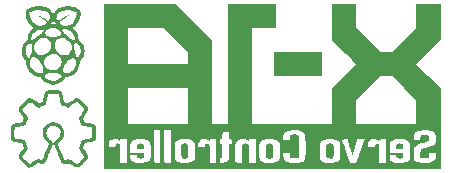
<source format=gbo>
%TF.GenerationSoftware,KiCad,Pcbnew,8.0.1*%
%TF.CreationDate,2024-04-30T17:52:19-06:00*%
%TF.ProjectId,RP2040_Servo_Controller_Board,52503230-3430-45f5-9365-72766f5f436f,rev?*%
%TF.SameCoordinates,Original*%
%TF.FileFunction,Legend,Bot*%
%TF.FilePolarity,Positive*%
%FSLAX46Y46*%
G04 Gerber Fmt 4.6, Leading zero omitted, Abs format (unit mm)*
G04 Created by KiCad (PCBNEW 8.0.1) date 2024-04-30 17:52:19*
%MOMM*%
%LPD*%
G01*
G04 APERTURE LIST*
G04 Aperture macros list*
%AMRoundRect*
0 Rectangle with rounded corners*
0 $1 Rounding radius*
0 $2 $3 $4 $5 $6 $7 $8 $9 X,Y pos of 4 corners*
0 Add a 4 corners polygon primitive as box body*
4,1,4,$2,$3,$4,$5,$6,$7,$8,$9,$2,$3,0*
0 Add four circle primitives for the rounded corners*
1,1,$1+$1,$2,$3*
1,1,$1+$1,$4,$5*
1,1,$1+$1,$6,$7*
1,1,$1+$1,$8,$9*
0 Add four rect primitives between the rounded corners*
20,1,$1+$1,$2,$3,$4,$5,0*
20,1,$1+$1,$4,$5,$6,$7,0*
20,1,$1+$1,$6,$7,$8,$9,0*
20,1,$1+$1,$8,$9,$2,$3,0*%
G04 Aperture macros list end*
%ADD10C,0.000000*%
%ADD11R,1.200000X1.200000*%
%ADD12C,1.200000*%
%ADD13C,1.250000*%
%ADD14R,1.700000X1.700000*%
%ADD15O,1.700000X1.700000*%
%ADD16C,1.400000*%
%ADD17O,1.400000X1.400000*%
%ADD18R,1.800000X1.800000*%
%ADD19O,1.800000X1.800000*%
%ADD20C,1.800000*%
%ADD21C,1.704000*%
%ADD22R,1.905000X2.000000*%
%ADD23O,1.905000X2.000000*%
%ADD24C,3.200000*%
%ADD25C,2.000000*%
%ADD26R,3.500000X3.500000*%
%ADD27RoundRect,0.750000X-0.750000X-1.000000X0.750000X-1.000000X0.750000X1.000000X-0.750000X1.000000X0*%
%ADD28RoundRect,0.875000X-0.875000X-0.875000X0.875000X-0.875000X0.875000X0.875000X-0.875000X0.875000X0*%
G04 APERTURE END LIST*
D10*
%TO.C,G1*%
G36*
X138910985Y-65127604D02*
G01*
X138910985Y-66133948D01*
X136877700Y-66126778D01*
X134844415Y-66119609D01*
X134837075Y-65120434D01*
X134829733Y-64121259D01*
X136870360Y-64121259D01*
X138910985Y-64121259D01*
X138910985Y-65127604D01*
G37*
G36*
X123633787Y-71844556D02*
G01*
X123732548Y-71875969D01*
X123767094Y-71897402D01*
X123814040Y-71952857D01*
X123838703Y-72037321D01*
X123846125Y-72163565D01*
X123846509Y-72282349D01*
X123535710Y-72282349D01*
X123224913Y-72282349D01*
X123237343Y-72110496D01*
X123238410Y-72096402D01*
X123251484Y-71995146D01*
X123274650Y-71930939D01*
X123313672Y-71886906D01*
X123321357Y-71881181D01*
X123405943Y-71847742D01*
X123517500Y-71835340D01*
X123633787Y-71844556D01*
G37*
G36*
X145526962Y-71835790D02*
G01*
X145634128Y-71851764D01*
X145712783Y-71893090D01*
X145739877Y-71916390D01*
X145769852Y-71958650D01*
X145783312Y-72019167D01*
X145786426Y-72116682D01*
X145786426Y-72282349D01*
X145492962Y-72282349D01*
X145199497Y-72282349D01*
X145199497Y-72116682D01*
X145200382Y-72055039D01*
X145208685Y-71981074D01*
X145230881Y-71933339D01*
X145273140Y-71893090D01*
X145291445Y-71879932D01*
X145375515Y-71845514D01*
X145492962Y-71835165D01*
X145526962Y-71835790D01*
G37*
G36*
X127332203Y-71835790D02*
G01*
X127439369Y-71851764D01*
X127518024Y-71893090D01*
X127591667Y-71951017D01*
X127591667Y-72476596D01*
X127591490Y-72637232D01*
X127589690Y-72788832D01*
X127584268Y-72898645D01*
X127573222Y-72974426D01*
X127554548Y-73023934D01*
X127526247Y-73054927D01*
X127486313Y-73075165D01*
X127432747Y-73092405D01*
X127423992Y-73095006D01*
X127337693Y-73114634D01*
X127262028Y-73113496D01*
X127165774Y-73091489D01*
X127150473Y-73086774D01*
X127077407Y-73051494D01*
X127033017Y-73009634D01*
X127025744Y-72980461D01*
X127017257Y-72899302D01*
X127010615Y-72778352D01*
X127006285Y-72626819D01*
X127004738Y-72453907D01*
X127004738Y-71951017D01*
X127078380Y-71893090D01*
X127096685Y-71879932D01*
X127180755Y-71845514D01*
X127298203Y-71835165D01*
X127332203Y-71835790D01*
G37*
G36*
X134518300Y-71837570D02*
G01*
X134607537Y-71851706D01*
X134674078Y-71884057D01*
X134720893Y-71940871D01*
X134750945Y-72028389D01*
X134767197Y-72152856D01*
X134772621Y-72320519D01*
X134770177Y-72537617D01*
X134765851Y-72699020D01*
X134758653Y-72837195D01*
X134746522Y-72935105D01*
X134726841Y-73001069D01*
X134696996Y-73043402D01*
X134654370Y-73070426D01*
X134596346Y-73090457D01*
X134580665Y-73094937D01*
X134491495Y-73114505D01*
X134415743Y-73113314D01*
X134320701Y-73091489D01*
X134305400Y-73086774D01*
X134232333Y-73051494D01*
X134187943Y-73009634D01*
X134180981Y-72982527D01*
X134172391Y-72903131D01*
X134165647Y-72784034D01*
X134161243Y-72634699D01*
X134159665Y-72464582D01*
X134159668Y-72432919D01*
X134160020Y-72264112D01*
X134161731Y-72141020D01*
X134165872Y-72054856D01*
X134173522Y-71996836D01*
X134185756Y-71958170D01*
X134203646Y-71930076D01*
X134228266Y-71903767D01*
X134271310Y-71868002D01*
X134338297Y-71842086D01*
X134436570Y-71835165D01*
X134518300Y-71837570D01*
G37*
G36*
X139626393Y-71835626D02*
G01*
X139713145Y-71843031D01*
X139771346Y-71863867D01*
X139820596Y-71903767D01*
X139823721Y-71906899D01*
X139847653Y-71933127D01*
X139864906Y-71962155D01*
X139876566Y-72002825D01*
X139883733Y-72063992D01*
X139887500Y-72154506D01*
X139888956Y-72283219D01*
X139889200Y-72458976D01*
X139889076Y-72562442D01*
X139887851Y-72713601D01*
X139884568Y-72822696D01*
X139878320Y-72898674D01*
X139868202Y-72950477D01*
X139853312Y-72987056D01*
X139832745Y-73017355D01*
X139775316Y-73071444D01*
X139713960Y-73102549D01*
X139641000Y-73109702D01*
X139534783Y-73104382D01*
X139432745Y-73086761D01*
X139360575Y-73059934D01*
X139356457Y-73057320D01*
X139328365Y-73034830D01*
X139307565Y-73003632D01*
X139292965Y-72955862D01*
X139283470Y-72883657D01*
X139277990Y-72779152D01*
X139275432Y-72634482D01*
X139274703Y-72441784D01*
X139274808Y-72274509D01*
X139276210Y-72147687D01*
X139280062Y-72058952D01*
X139287510Y-71999251D01*
X139299703Y-71959524D01*
X139317793Y-71930714D01*
X139342925Y-71903767D01*
X139361871Y-71885967D01*
X139412220Y-71853990D01*
X139478983Y-71838932D01*
X139581760Y-71835165D01*
X139626393Y-71835626D01*
G37*
G36*
X119751988Y-71498837D02*
G01*
X119664642Y-71586115D01*
X119639512Y-71609789D01*
X119596772Y-71640980D01*
X119542107Y-71666559D01*
X119464722Y-71690252D01*
X119353815Y-71715784D01*
X119198587Y-71746880D01*
X118819878Y-71820365D01*
X118748543Y-72000161D01*
X118677207Y-72179957D01*
X118737982Y-72280064D01*
X118769575Y-72329881D01*
X118833375Y-72424720D01*
X118900742Y-72519914D01*
X118968812Y-72618244D01*
X119051903Y-72766694D01*
X119092722Y-72894074D01*
X119093185Y-73007781D01*
X119055215Y-73115217D01*
X119022197Y-73159645D01*
X118956743Y-73233819D01*
X118867722Y-73328725D01*
X118763843Y-73435639D01*
X118653823Y-73545834D01*
X118546374Y-73650582D01*
X118450210Y-73741161D01*
X118374044Y-73808842D01*
X118326592Y-73844896D01*
X118309457Y-73852317D01*
X118234955Y-73866239D01*
X118144800Y-73867002D01*
X118114428Y-73863501D01*
X118047169Y-73846315D01*
X117970425Y-73811455D01*
X117872780Y-73753206D01*
X117742819Y-73665856D01*
X117643037Y-73597181D01*
X117556123Y-73540111D01*
X117496447Y-73507301D01*
X117453882Y-73494445D01*
X117418310Y-73497239D01*
X117379605Y-73511375D01*
X117322238Y-73532930D01*
X117165600Y-73562937D01*
X117028098Y-73545464D01*
X116915078Y-73481855D01*
X116831884Y-73373455D01*
X116828173Y-73366124D01*
X116782717Y-73270026D01*
X116725180Y-73139949D01*
X116658967Y-72984426D01*
X116587475Y-72812005D01*
X116514107Y-72631219D01*
X116442263Y-72450611D01*
X116375343Y-72278721D01*
X116316749Y-72124089D01*
X116269879Y-71995255D01*
X116238135Y-71900757D01*
X116224918Y-71849139D01*
X116223959Y-71838114D01*
X116241567Y-71708155D01*
X116312553Y-71590824D01*
X116435385Y-71488740D01*
X116461749Y-71471424D01*
X116606982Y-71344607D01*
X116708499Y-71196382D01*
X116763467Y-71034525D01*
X116769050Y-70866812D01*
X116722418Y-70701020D01*
X116715004Y-70685212D01*
X116616675Y-70536417D01*
X116491329Y-70428230D01*
X116347617Y-70360155D01*
X116194193Y-70331695D01*
X116039713Y-70342355D01*
X115892830Y-70391639D01*
X115762200Y-70479050D01*
X115656479Y-70604094D01*
X115584317Y-70766270D01*
X115558443Y-70939969D01*
X115583324Y-71113739D01*
X115658879Y-71271394D01*
X115782603Y-71404874D01*
X115803155Y-71421449D01*
X115909244Y-71507624D01*
X115991613Y-71580745D01*
X116050610Y-71648037D01*
X116086587Y-71716725D01*
X116099892Y-71794034D01*
X116090872Y-71887190D01*
X116059878Y-72003417D01*
X116007259Y-72149942D01*
X115933362Y-72333987D01*
X115838538Y-72562780D01*
X115751235Y-72773037D01*
X115668748Y-72970449D01*
X115602503Y-73126392D01*
X115549794Y-73246326D01*
X115507922Y-73335705D01*
X115474175Y-73399982D01*
X115445857Y-73444614D01*
X115420260Y-73475057D01*
X115394679Y-73496765D01*
X115366410Y-73515194D01*
X115362530Y-73517531D01*
X115254182Y-73559752D01*
X115131744Y-73561125D01*
X114982957Y-73521862D01*
X114853453Y-73475449D01*
X114588940Y-73659869D01*
X114587335Y-73660987D01*
X114437838Y-73762045D01*
X114316292Y-73832024D01*
X114213237Y-73869539D01*
X114119217Y-73873211D01*
X114024769Y-73841656D01*
X113920442Y-73773494D01*
X113796774Y-73667339D01*
X113644307Y-73521811D01*
X113567782Y-73446756D01*
X113425284Y-73300909D01*
X113322254Y-73179870D01*
X113256978Y-73075230D01*
X113227747Y-72978580D01*
X113232847Y-72881514D01*
X113270565Y-72775626D01*
X113339193Y-72652506D01*
X113437017Y-72503750D01*
X113648123Y-72193505D01*
X113574738Y-72006459D01*
X113501353Y-71819412D01*
X113202924Y-71759650D01*
X113150349Y-71749102D01*
X112984388Y-71715026D01*
X112862379Y-71687181D01*
X112775693Y-71662070D01*
X112715704Y-71636194D01*
X112673785Y-71606049D01*
X112641305Y-71568136D01*
X112609642Y-71518956D01*
X112600467Y-71503076D01*
X112583223Y-71463836D01*
X112570974Y-71413936D01*
X112562892Y-71344332D01*
X112558144Y-71245976D01*
X112557650Y-71215919D01*
X112863757Y-71215919D01*
X112873853Y-71299511D01*
X112901905Y-71355402D01*
X112955118Y-71392055D01*
X113040688Y-71417924D01*
X113165817Y-71441469D01*
X113337705Y-71471149D01*
X113350667Y-71473499D01*
X113484663Y-71499917D01*
X113598579Y-71526042D01*
X113680718Y-71548970D01*
X113719382Y-71565805D01*
X113735448Y-71591312D01*
X113768782Y-71660869D01*
X113811478Y-71759465D01*
X113858253Y-71873815D01*
X113903828Y-71990626D01*
X113942919Y-72096609D01*
X113970248Y-72178474D01*
X113980530Y-72222932D01*
X113978600Y-72230409D01*
X113953753Y-72279127D01*
X113904729Y-72361187D01*
X113837224Y-72467277D01*
X113756940Y-72588099D01*
X113726822Y-72632764D01*
X113650662Y-72747931D01*
X113589259Y-72844017D01*
X113548268Y-72912040D01*
X113533348Y-72943021D01*
X113536175Y-72949302D01*
X113568109Y-72989070D01*
X113628863Y-73055787D01*
X113710038Y-73141009D01*
X113803230Y-73236289D01*
X113900032Y-73333184D01*
X113992043Y-73423249D01*
X114070857Y-73498036D01*
X114128072Y-73549101D01*
X114155279Y-73568000D01*
X114162103Y-73565405D01*
X114207460Y-73539061D01*
X114286518Y-73488830D01*
X114390567Y-73420317D01*
X114510888Y-73339132D01*
X114846380Y-73110267D01*
X115014663Y-73190699D01*
X115090967Y-73224132D01*
X115168810Y-73248177D01*
X115207975Y-73244884D01*
X115215430Y-73231931D01*
X115242698Y-73173789D01*
X115285457Y-73077212D01*
X115340203Y-72950537D01*
X115403424Y-72802105D01*
X115471618Y-72640252D01*
X115541275Y-72473320D01*
X115608892Y-72309650D01*
X115670960Y-72157576D01*
X115723973Y-72025442D01*
X115764423Y-71921586D01*
X115765574Y-71918546D01*
X115791022Y-71842480D01*
X115793265Y-71802699D01*
X115773188Y-71785477D01*
X115737148Y-71764777D01*
X115671004Y-71717649D01*
X115591519Y-71655457D01*
X115482449Y-71549826D01*
X115361497Y-71375719D01*
X115281310Y-71181351D01*
X115246279Y-70978370D01*
X115260797Y-70778417D01*
X115300192Y-70638195D01*
X115395499Y-70442092D01*
X115524949Y-70280432D01*
X115681630Y-70155376D01*
X115858630Y-70069089D01*
X116049038Y-70023731D01*
X116245940Y-70021465D01*
X116442428Y-70064452D01*
X116631585Y-70154859D01*
X116806504Y-70294844D01*
X116891954Y-70391892D01*
X117004165Y-70578439D01*
X117066869Y-70777544D01*
X117080788Y-70982094D01*
X117046640Y-71184980D01*
X116965144Y-71379086D01*
X116837022Y-71557305D01*
X116662992Y-71712521D01*
X116599192Y-71760326D01*
X116544798Y-71805764D01*
X116523885Y-71830020D01*
X116527192Y-71842845D01*
X116541528Y-71882162D01*
X116568618Y-71950764D01*
X116609984Y-72052342D01*
X116667142Y-72190592D01*
X116741613Y-72369205D01*
X116834918Y-72591871D01*
X116948574Y-72862289D01*
X116982007Y-72940534D01*
X117038590Y-73067286D01*
X117087043Y-73168767D01*
X117123065Y-73236139D01*
X117142355Y-73260561D01*
X117164088Y-73254811D01*
X117225555Y-73229439D01*
X117306455Y-73190689D01*
X117363212Y-73163064D01*
X117433180Y-73132642D01*
X117471700Y-73120815D01*
X117477504Y-73122507D01*
X117522224Y-73146952D01*
X117600563Y-73195946D01*
X117703448Y-73263699D01*
X117821804Y-73344407D01*
X117862269Y-73372325D01*
X117975717Y-73449275D01*
X118070109Y-73511384D01*
X118136559Y-73552884D01*
X118166173Y-73568000D01*
X118175993Y-73562317D01*
X118220382Y-73524727D01*
X118292667Y-73457776D01*
X118385553Y-73368294D01*
X118491743Y-73263111D01*
X118571932Y-73181755D01*
X118673824Y-73073602D01*
X118739657Y-72995396D01*
X118773037Y-72942686D01*
X118777575Y-72911026D01*
X118775468Y-72906314D01*
X118747617Y-72858536D01*
X118695512Y-72777189D01*
X118625732Y-72672364D01*
X118544855Y-72554149D01*
X118330244Y-72244465D01*
X118394275Y-72060776D01*
X118427359Y-71970349D01*
X118482268Y-71831151D01*
X118534630Y-71708577D01*
X118610954Y-71540067D01*
X119035418Y-71461332D01*
X119459882Y-71382600D01*
X119452217Y-70931209D01*
X119444549Y-70479819D01*
X119220957Y-70434611D01*
X119084017Y-70407546D01*
X118927843Y-70377695D01*
X118791729Y-70352612D01*
X118586092Y-70315820D01*
X118496159Y-70118242D01*
X118444135Y-70001015D01*
X118393525Y-69882070D01*
X118355623Y-69787901D01*
X118305019Y-69655140D01*
X118385623Y-69536361D01*
X118406442Y-69505870D01*
X118469665Y-69414276D01*
X118547265Y-69302750D01*
X118626987Y-69188927D01*
X118671263Y-69124505D01*
X118731272Y-69031625D01*
X118772454Y-68960542D01*
X118787749Y-68922937D01*
X118782075Y-68910132D01*
X118744343Y-68860564D01*
X118677069Y-68783926D01*
X118587132Y-68687909D01*
X118481404Y-68580201D01*
X118175057Y-68274806D01*
X117957360Y-68423546D01*
X117927793Y-68443770D01*
X117803474Y-68529137D01*
X117679488Y-68614719D01*
X117578778Y-68684686D01*
X117417890Y-68797082D01*
X117110693Y-68674124D01*
X117008078Y-68631694D01*
X116888398Y-68575900D01*
X116815479Y-68531215D01*
X116784987Y-68495265D01*
X116782305Y-68485969D01*
X116768057Y-68424251D01*
X116747018Y-68322890D01*
X116721569Y-68193596D01*
X116694093Y-68048082D01*
X116621705Y-67656799D01*
X116169635Y-67649127D01*
X116110460Y-67648162D01*
X115957082Y-67646424D01*
X115848785Y-67647259D01*
X115777369Y-67651402D01*
X115734634Y-67659594D01*
X115712378Y-67672564D01*
X115702399Y-67691051D01*
X115700079Y-67699757D01*
X115687054Y-67759337D01*
X115667124Y-67858799D01*
X115642554Y-67986642D01*
X115615609Y-68131376D01*
X115605942Y-68183295D01*
X115579247Y-68318586D01*
X115555115Y-68429890D01*
X115535875Y-68506844D01*
X115523865Y-68539086D01*
X115496337Y-68553390D01*
X115426410Y-68584520D01*
X115325884Y-68627044D01*
X115205979Y-68676124D01*
X114908209Y-68796186D01*
X114563153Y-68559659D01*
X114506878Y-68521131D01*
X114388423Y-68440362D01*
X114288644Y-68372771D01*
X114216669Y-68324525D01*
X114181623Y-68301790D01*
X114149187Y-68309649D01*
X114081065Y-68358290D01*
X113977913Y-68448905D01*
X113839248Y-68581890D01*
X113781767Y-68639099D01*
X113683459Y-68739855D01*
X113604675Y-68824446D01*
X113552332Y-68885345D01*
X113533348Y-68915014D01*
X113536859Y-68925564D01*
X113565205Y-68977312D01*
X113617375Y-69061790D01*
X113687800Y-69170125D01*
X113770913Y-69293449D01*
X113811834Y-69353599D01*
X113889538Y-69470405D01*
X113951929Y-69567696D01*
X113993448Y-69636699D01*
X114008535Y-69668634D01*
X114003247Y-69690174D01*
X113980187Y-69755271D01*
X113943798Y-69849020D01*
X113899532Y-69958244D01*
X113852843Y-70069770D01*
X113809184Y-70170426D01*
X113774009Y-70247039D01*
X113752772Y-70286436D01*
X113751119Y-70288234D01*
X113708817Y-70308327D01*
X113628747Y-70331507D01*
X113526715Y-70353112D01*
X113397084Y-70376976D01*
X113242250Y-70406540D01*
X113100140Y-70434609D01*
X112876548Y-70479815D01*
X112868849Y-70920345D01*
X112868640Y-70931802D01*
X112864419Y-71096169D01*
X112863757Y-71215919D01*
X112557650Y-71215919D01*
X112555905Y-71109824D01*
X112555343Y-70926825D01*
X112555673Y-70792857D01*
X112560135Y-70604365D01*
X112574409Y-70459952D01*
X112604172Y-70352175D01*
X112655099Y-70273584D01*
X112732867Y-70216732D01*
X112843154Y-70174176D01*
X112991634Y-70138467D01*
X113183987Y-70102159D01*
X113190349Y-70101007D01*
X113318948Y-70077280D01*
X113425060Y-70056874D01*
X113497835Y-70041931D01*
X113526423Y-70034595D01*
X113537815Y-70011534D01*
X113564580Y-69949694D01*
X113600135Y-69863820D01*
X113666799Y-69699964D01*
X113595540Y-69586721D01*
X113561147Y-69533824D01*
X113491822Y-69432311D01*
X113421328Y-69333734D01*
X113417493Y-69328521D01*
X113318959Y-69185219D01*
X113257428Y-69069615D01*
X113229822Y-68970895D01*
X113233067Y-68878244D01*
X113264087Y-68780845D01*
X113264443Y-68780024D01*
X113297649Y-68730636D01*
X113363175Y-68652170D01*
X113452535Y-68553284D01*
X113557240Y-68442634D01*
X113668804Y-68328877D01*
X113778740Y-68220675D01*
X113878562Y-68126681D01*
X113959779Y-68055556D01*
X114013907Y-68015955D01*
X114049112Y-67998496D01*
X114117329Y-67979280D01*
X114191218Y-67981982D01*
X114278243Y-68009369D01*
X114385865Y-68064201D01*
X114521548Y-68149242D01*
X114692753Y-68267252D01*
X114943817Y-68444832D01*
X115084038Y-68388494D01*
X115139098Y-68365667D01*
X115209150Y-68334156D01*
X115245272Y-68314440D01*
X115246479Y-68313011D01*
X115260530Y-68273755D01*
X115281542Y-68191956D01*
X115306875Y-68078606D01*
X115333900Y-67944701D01*
X115362499Y-67798261D01*
X115397230Y-67645276D01*
X115435893Y-67530357D01*
X115485909Y-67448080D01*
X115554704Y-67393017D01*
X115649703Y-67359740D01*
X115778325Y-67342826D01*
X115947999Y-67336846D01*
X116166148Y-67336375D01*
X116215978Y-67336550D01*
X116425119Y-67339580D01*
X116580657Y-67346309D01*
X116684397Y-67356850D01*
X116738142Y-67371311D01*
X116774335Y-67394075D01*
X116829898Y-67445081D01*
X116875484Y-67515986D01*
X116915100Y-67615706D01*
X116952755Y-67753159D01*
X116992455Y-67937264D01*
X117068890Y-68319625D01*
X117226322Y-68383220D01*
X117383754Y-68446815D01*
X117698892Y-68227736D01*
X117787185Y-68166739D01*
X117928410Y-68074386D01*
X118043818Y-68013170D01*
X118142603Y-67984427D01*
X118233955Y-67989495D01*
X118327072Y-68029707D01*
X118431143Y-68106402D01*
X118555362Y-68220917D01*
X118708924Y-68374587D01*
X118769162Y-68435949D01*
X118908113Y-68582839D01*
X119008074Y-68703744D01*
X119070443Y-68807557D01*
X119096622Y-68903171D01*
X119088007Y-68999486D01*
X119046003Y-69105390D01*
X118972004Y-69229781D01*
X118867417Y-69381552D01*
X118862628Y-69388317D01*
X118786340Y-69498786D01*
X118724042Y-69593920D01*
X118682040Y-69663770D01*
X118666637Y-69698384D01*
X118673000Y-69728727D01*
X118695965Y-69799007D01*
X118729910Y-69887930D01*
X118734830Y-69900030D01*
X118771017Y-69981962D01*
X118804244Y-70027157D01*
X118849865Y-70049511D01*
X118923223Y-70062911D01*
X118961467Y-70068669D01*
X119136175Y-70098446D01*
X119299519Y-70131545D01*
X119440478Y-70165367D01*
X119548028Y-70197321D01*
X119611148Y-70224812D01*
X119630043Y-70237645D01*
X119677512Y-70277506D01*
X119712734Y-70325792D01*
X119737298Y-70390405D01*
X119752785Y-70479244D01*
X119760784Y-70600209D01*
X119762878Y-70761205D01*
X119760650Y-70970130D01*
X119753892Y-71382600D01*
X119751988Y-71498837D01*
G37*
G36*
X118465994Y-60920143D02*
G01*
X118441825Y-61075672D01*
X118415197Y-61171602D01*
X118369859Y-61314147D01*
X118326397Y-61419218D01*
X118280393Y-61498373D01*
X118278913Y-61500509D01*
X118243449Y-61559227D01*
X118228769Y-61598148D01*
X118224990Y-61609847D01*
X118194263Y-61657053D01*
X118142730Y-61719603D01*
X118118444Y-61747046D01*
X118067057Y-61807837D01*
X118037922Y-61846341D01*
X118023824Y-61861791D01*
X117970992Y-61903818D01*
X117897335Y-61953416D01*
X117775517Y-62029622D01*
X117931112Y-62168303D01*
X118001913Y-62236937D01*
X118144663Y-62426574D01*
X118237030Y-62640277D01*
X118278537Y-62877062D01*
X118283218Y-62945203D01*
X118291199Y-63013214D01*
X118292862Y-63027383D01*
X118310362Y-63079272D01*
X118342499Y-63117009D01*
X118396057Y-63156739D01*
X118421475Y-63175587D01*
X118536303Y-63288602D01*
X118646155Y-63438566D01*
X118739757Y-63610592D01*
X118743485Y-63618816D01*
X118772297Y-63694927D01*
X118789674Y-63776578D01*
X118798059Y-63880503D01*
X118799885Y-64023437D01*
X118799187Y-64098436D01*
X118798759Y-64108689D01*
X118794338Y-64214514D01*
X118782337Y-64301191D01*
X118760130Y-64376056D01*
X118724662Y-64456704D01*
X118691472Y-64518283D01*
X118617760Y-64630608D01*
X118542054Y-64723343D01*
X118510053Y-64757384D01*
X118466984Y-64811897D01*
X118441360Y-64868297D01*
X118432478Y-64913537D01*
X118426385Y-64944564D01*
X118415262Y-65058673D01*
X118375953Y-65279693D01*
X118288148Y-65507948D01*
X118159609Y-65713306D01*
X117996375Y-65889366D01*
X117804490Y-66029729D01*
X117589993Y-66127996D01*
X117570157Y-66132267D01*
X117358924Y-66177764D01*
X117316599Y-66182041D01*
X117232223Y-66193527D01*
X117183994Y-66210217D01*
X117157560Y-66239283D01*
X117138565Y-66287902D01*
X117132973Y-66303124D01*
X117067622Y-66409277D01*
X116961294Y-66519141D01*
X116825615Y-66624591D01*
X116672199Y-66717504D01*
X116512668Y-66789758D01*
X116358638Y-66833227D01*
X116353918Y-66834058D01*
X116130690Y-66848029D01*
X115898923Y-66818691D01*
X115676830Y-66749943D01*
X115482624Y-66645684D01*
X115423965Y-66598708D01*
X115344694Y-66522589D01*
X115264868Y-66435848D01*
X115194923Y-66350584D01*
X115145299Y-66278897D01*
X115126438Y-66232884D01*
X115116268Y-66217584D01*
X115056078Y-66196309D01*
X114943790Y-66180508D01*
X114714648Y-66132604D01*
X114641482Y-66099846D01*
X115406355Y-66099846D01*
X115417800Y-66133671D01*
X115465062Y-66198697D01*
X115537969Y-66275404D01*
X115624592Y-66352533D01*
X115712993Y-66418822D01*
X115791238Y-66463008D01*
X115891228Y-66499908D01*
X116100925Y-66539066D01*
X116306144Y-66523428D01*
X116509234Y-66452647D01*
X116712540Y-66326377D01*
X116749955Y-66297472D01*
X116817368Y-66236923D01*
X116850467Y-66186274D01*
X116859273Y-66132267D01*
X116847557Y-66077193D01*
X116784644Y-66002927D01*
X116667597Y-65940627D01*
X116496724Y-65890442D01*
X116272344Y-65852524D01*
X116258175Y-65850817D01*
X116087532Y-65841936D01*
X115918025Y-65852208D01*
X115758768Y-65879034D01*
X115618863Y-65919811D01*
X115507422Y-65971939D01*
X115433549Y-66032817D01*
X115406355Y-66099846D01*
X114641482Y-66099846D01*
X114498863Y-66035992D01*
X114304949Y-65897552D01*
X114139274Y-65723972D01*
X114008212Y-65521937D01*
X113918132Y-65298134D01*
X113875404Y-65059248D01*
X113871982Y-65012473D01*
X113869312Y-64987677D01*
X114192837Y-64987677D01*
X114193490Y-65053096D01*
X114202525Y-65162891D01*
X114226484Y-65255533D01*
X114270860Y-65357036D01*
X114298843Y-65408906D01*
X114416975Y-65569389D01*
X114564582Y-65706061D01*
X114725354Y-65802922D01*
X114745012Y-65811064D01*
X114857313Y-65844421D01*
X114983543Y-65866353D01*
X115101680Y-65873949D01*
X115189703Y-65864302D01*
X115220737Y-65847741D01*
X115272565Y-65781479D01*
X115308582Y-65682592D01*
X115322080Y-65566189D01*
X115303493Y-65394017D01*
X115234603Y-65196887D01*
X115113374Y-64999192D01*
X115063803Y-64942184D01*
X115361007Y-64942184D01*
X115380557Y-65106802D01*
X115445809Y-65262983D01*
X115550660Y-65401284D01*
X115689004Y-65512261D01*
X115809435Y-65566189D01*
X115854732Y-65586472D01*
X115917198Y-65603171D01*
X116130610Y-65629267D01*
X116326859Y-65602202D01*
X116381721Y-65577647D01*
X117013515Y-65577647D01*
X117015515Y-65684217D01*
X117024488Y-65751273D01*
X117044338Y-65794242D01*
X117078973Y-65828553D01*
X117085928Y-65833911D01*
X117183449Y-65873609D01*
X117308084Y-65877686D01*
X117448223Y-65849521D01*
X117592259Y-65792492D01*
X117728585Y-65709981D01*
X117845593Y-65605367D01*
X117905678Y-65534508D01*
X118015822Y-65362962D01*
X118078863Y-65182148D01*
X118100387Y-64978324D01*
X118100875Y-64913537D01*
X118098178Y-64825086D01*
X118087284Y-64768941D01*
X118064113Y-64729672D01*
X118024582Y-64691848D01*
X117991563Y-64667756D01*
X117881737Y-64630481D01*
X117754659Y-64637133D01*
X117617337Y-64683871D01*
X117476780Y-64766859D01*
X117339998Y-64882261D01*
X117305118Y-64922116D01*
X117213994Y-65026239D01*
X117105782Y-65194953D01*
X117066693Y-65271356D01*
X117033085Y-65359214D01*
X117017528Y-65449978D01*
X117013530Y-65570027D01*
X117013515Y-65577647D01*
X116381721Y-65577647D01*
X116506292Y-65521892D01*
X116669253Y-65388253D01*
X116769350Y-65261908D01*
X116837622Y-65103961D01*
X116859273Y-64922116D01*
X116845893Y-64774983D01*
X116789755Y-64618989D01*
X116686075Y-64483392D01*
X116560338Y-64381808D01*
X116390382Y-64300491D01*
X116209772Y-64263483D01*
X116026928Y-64268474D01*
X115850269Y-64313162D01*
X115688217Y-64395239D01*
X115549188Y-64512402D01*
X115441603Y-64662341D01*
X115373880Y-64842753D01*
X115361007Y-64942184D01*
X115063803Y-64942184D01*
X114938242Y-64797787D01*
X114854985Y-64717593D01*
X114711032Y-64601592D01*
X114583460Y-64533079D01*
X114467638Y-64509918D01*
X114358937Y-64529966D01*
X114345499Y-64536324D01*
X114285193Y-64597631D01*
X114236922Y-64700806D01*
X114204772Y-64834578D01*
X114192837Y-64987677D01*
X113869312Y-64987677D01*
X113861344Y-64913679D01*
X113844567Y-64847779D01*
X113815924Y-64797862D01*
X113769690Y-64747023D01*
X113705382Y-64672529D01*
X113604267Y-64502748D01*
X113531582Y-64306077D01*
X113492675Y-64098917D01*
X113492708Y-64067772D01*
X113804030Y-64067772D01*
X113841623Y-64260029D01*
X113925743Y-64439922D01*
X113957980Y-64486952D01*
X114027544Y-64556953D01*
X114091575Y-64571768D01*
X114152648Y-64531358D01*
X114213338Y-64435686D01*
X114219324Y-64423399D01*
X114273410Y-64284761D01*
X114314205Y-64129121D01*
X114341643Y-63965371D01*
X114355288Y-63806673D01*
X114561918Y-63806673D01*
X114602673Y-63973246D01*
X114685675Y-64119437D01*
X114810874Y-64237079D01*
X114949422Y-64306779D01*
X115120217Y-64339491D01*
X115298022Y-64325953D01*
X115473417Y-64268196D01*
X115636988Y-64168249D01*
X115779317Y-64028149D01*
X115846828Y-63932922D01*
X115931929Y-63753861D01*
X115972613Y-63569856D01*
X115971977Y-63533227D01*
X116280537Y-63533227D01*
X116285730Y-63569856D01*
X116306993Y-63719848D01*
X116376717Y-63901422D01*
X116485049Y-64068329D01*
X116627330Y-64210956D01*
X116798899Y-64319684D01*
X116842112Y-64338874D01*
X117023890Y-64387686D01*
X117199742Y-64387237D01*
X117361884Y-64340711D01*
X117502529Y-64251284D01*
X117613893Y-64122141D01*
X117688190Y-63956458D01*
X117715328Y-63804279D01*
X117709642Y-63705164D01*
X117921122Y-63705164D01*
X117928193Y-63804279D01*
X117932957Y-63871041D01*
X117958667Y-64043609D01*
X117996368Y-64209156D01*
X118044179Y-64353964D01*
X118100219Y-64464318D01*
X118157413Y-64532303D01*
X118223304Y-64562368D01*
X118290967Y-64537596D01*
X118364405Y-64457886D01*
X118364580Y-64457642D01*
X118450684Y-64294674D01*
X118496157Y-64108689D01*
X118496125Y-63919603D01*
X118491655Y-63890422D01*
X118454563Y-63752404D01*
X118396632Y-63625714D01*
X118324040Y-63516048D01*
X118242962Y-63429106D01*
X118159574Y-63370586D01*
X118080055Y-63346184D01*
X118010580Y-63361603D01*
X117957328Y-63422536D01*
X117946590Y-63448346D01*
X117925038Y-63559693D01*
X117921122Y-63705164D01*
X117709642Y-63705164D01*
X117704357Y-63613023D01*
X117648050Y-63430621D01*
X117552209Y-63264623D01*
X117422624Y-63122584D01*
X117265094Y-63012053D01*
X117085417Y-62940583D01*
X116889387Y-62915727D01*
X116844769Y-62917078D01*
X116661153Y-62951234D01*
X116509723Y-63030166D01*
X116392750Y-63152297D01*
X116312503Y-63316054D01*
X116302012Y-63351173D01*
X116280537Y-63533227D01*
X115971977Y-63533227D01*
X115969482Y-63389409D01*
X115923137Y-63221016D01*
X115834182Y-63073178D01*
X115703219Y-62954391D01*
X115644055Y-62916886D01*
X115570385Y-62882596D01*
X115490757Y-62867152D01*
X115380307Y-62863558D01*
X115345853Y-62864223D01*
X115142768Y-62898409D01*
X114961609Y-62983964D01*
X114803623Y-63120329D01*
X114693678Y-63266404D01*
X114607368Y-63445081D01*
X114563465Y-63627893D01*
X114563282Y-63649128D01*
X114561918Y-63806673D01*
X114355288Y-63806673D01*
X114355655Y-63802408D01*
X114356175Y-63649128D01*
X114343132Y-63514427D01*
X114316460Y-63407197D01*
X114276090Y-63336337D01*
X114221954Y-63310741D01*
X114208665Y-63313491D01*
X114154178Y-63340697D01*
X114085910Y-63387599D01*
X113954322Y-63522746D01*
X113861993Y-63688536D01*
X113811359Y-63873742D01*
X113804030Y-64067772D01*
X113492708Y-64067772D01*
X113492890Y-63897668D01*
X113509284Y-63788922D01*
X113580030Y-63552502D01*
X113694959Y-63349704D01*
X113853643Y-63181377D01*
X113855490Y-63179833D01*
X113925949Y-63117636D01*
X113963275Y-63068078D01*
X113977973Y-63009572D01*
X113979221Y-62966358D01*
X114287969Y-62966358D01*
X114291138Y-63035673D01*
X114306140Y-63076542D01*
X114338747Y-63087148D01*
X114393582Y-63070203D01*
X114481968Y-63021161D01*
X114594010Y-62946712D01*
X114721173Y-62853577D01*
X114854918Y-62748471D01*
X114986707Y-62638111D01*
X115108000Y-62529217D01*
X115172864Y-62465336D01*
X115461824Y-62465336D01*
X115468324Y-62515891D01*
X115518548Y-62615586D01*
X115610507Y-62701772D01*
X115734710Y-62764062D01*
X115869800Y-62799377D01*
X116059385Y-62822009D01*
X116251262Y-62819718D01*
X116427768Y-62792962D01*
X116571242Y-62742203D01*
X116603338Y-62724681D01*
X116722459Y-62634698D01*
X116787818Y-62536091D01*
X116799778Y-62433028D01*
X116758699Y-62329678D01*
X116671963Y-62237658D01*
X116915169Y-62237658D01*
X116930799Y-62278391D01*
X116984110Y-62350852D01*
X117058430Y-62433028D01*
X117067704Y-62443281D01*
X117173717Y-62548491D01*
X117294282Y-62659287D01*
X117421538Y-62768478D01*
X117547617Y-62868874D01*
X117664655Y-62953283D01*
X117764788Y-63014514D01*
X117863887Y-63064353D01*
X117930450Y-63085492D01*
X117965017Y-63069803D01*
X117975744Y-63013214D01*
X117970794Y-62911646D01*
X117935834Y-62723098D01*
X117856425Y-62554879D01*
X117729110Y-62408816D01*
X117632135Y-62331923D01*
X117437818Y-62231102D01*
X117216128Y-62178353D01*
X117132512Y-62170628D01*
X117014773Y-62173162D01*
X116940823Y-62195802D01*
X116915169Y-62237658D01*
X116671963Y-62237658D01*
X116664944Y-62230211D01*
X116518878Y-62138796D01*
X116329524Y-62071414D01*
X116127184Y-62050366D01*
X115927679Y-62076578D01*
X115742044Y-62148568D01*
X115623360Y-62234434D01*
X115581319Y-62264852D01*
X115519163Y-62329596D01*
X115474655Y-62398574D01*
X115461824Y-62465336D01*
X115172864Y-62465336D01*
X115210263Y-62428504D01*
X115284957Y-62342692D01*
X115325307Y-62280474D01*
X115332594Y-62234434D01*
X115297728Y-62207858D01*
X115216450Y-62197736D01*
X115084515Y-62201067D01*
X115062190Y-62202571D01*
X114847159Y-62242636D01*
X114659634Y-62324216D01*
X114504784Y-62442342D01*
X114387778Y-62592053D01*
X114313782Y-62768379D01*
X114287969Y-62966358D01*
X113979221Y-62966358D01*
X113980544Y-62920523D01*
X113996648Y-62771029D01*
X114055679Y-62579514D01*
X114149932Y-62394366D01*
X114270830Y-62231822D01*
X114409788Y-62108127D01*
X114437317Y-62088711D01*
X114490259Y-62046387D01*
X114511369Y-62021286D01*
X114510494Y-62018362D01*
X114480323Y-61993121D01*
X114420453Y-61960274D01*
X114403860Y-61951586D01*
X114321824Y-61892793D01*
X114231754Y-61809616D01*
X114146950Y-61716383D01*
X114080712Y-61627429D01*
X114046335Y-61557086D01*
X114038398Y-61531062D01*
X114004540Y-61448209D01*
X113959838Y-61359181D01*
X113959362Y-61358324D01*
X113886854Y-61195459D01*
X113838444Y-61019014D01*
X113821837Y-60889177D01*
X114125480Y-60889177D01*
X114132069Y-60922277D01*
X114182429Y-60983661D01*
X114211268Y-61016634D01*
X114225965Y-61050922D01*
X114203880Y-61074973D01*
X114185044Y-61095459D01*
X114195905Y-61128711D01*
X114244779Y-61185298D01*
X114265732Y-61208343D01*
X114296380Y-61253709D01*
X114287969Y-61270467D01*
X114281053Y-61271706D01*
X114282475Y-61296448D01*
X114324599Y-61348789D01*
X114349073Y-61375816D01*
X114378674Y-61425164D01*
X114368019Y-61458727D01*
X114360005Y-61469109D01*
X114366055Y-61500464D01*
X114419454Y-61541111D01*
X114428968Y-61547187D01*
X114477582Y-61589668D01*
X114491578Y-61624271D01*
X114491100Y-61626106D01*
X114510398Y-61653609D01*
X114566210Y-61675453D01*
X114633612Y-61703246D01*
X114679569Y-61746189D01*
X114722003Y-61784336D01*
X114812094Y-61806802D01*
X114821857Y-61807712D01*
X114889650Y-61823604D01*
X114909834Y-61850408D01*
X114921799Y-61869454D01*
X114974793Y-61881823D01*
X115056882Y-61881991D01*
X115154032Y-61870122D01*
X115252207Y-61846383D01*
X115260410Y-61843773D01*
X115389707Y-61791741D01*
X115454472Y-61745599D01*
X115853260Y-61745599D01*
X115868717Y-61750072D01*
X115929655Y-61754984D01*
X116026122Y-61758334D01*
X116146574Y-61759573D01*
X116148099Y-61759573D01*
X116299315Y-61756136D01*
X116396128Y-61745634D01*
X116439629Y-61727618D01*
X116430913Y-61701642D01*
X116371075Y-61667253D01*
X116344685Y-61651129D01*
X116280498Y-61593708D01*
X116217355Y-61518828D01*
X116183612Y-61474756D01*
X116146874Y-61435011D01*
X116132599Y-61432029D01*
X116132587Y-61432446D01*
X116112875Y-61466493D01*
X116062817Y-61525493D01*
X115993005Y-61596929D01*
X115989697Y-61600128D01*
X115920890Y-61668516D01*
X115871943Y-61720696D01*
X115853260Y-61745599D01*
X115454472Y-61745599D01*
X115481344Y-61726454D01*
X115552642Y-61635772D01*
X115612334Y-61539917D01*
X115455879Y-61397736D01*
X115419974Y-61366621D01*
X115309244Y-61280349D01*
X115179609Y-61188812D01*
X115052225Y-61107233D01*
X114972332Y-61057922D01*
X114902554Y-61011229D01*
X114867868Y-60982939D01*
X114874898Y-60977883D01*
X114882037Y-60980091D01*
X114944993Y-61006697D01*
X115041805Y-61053786D01*
X115160355Y-61114891D01*
X115288529Y-61183542D01*
X115414209Y-61253273D01*
X115525279Y-61317616D01*
X115609624Y-61370102D01*
X115715500Y-61440327D01*
X115798279Y-61357547D01*
X115834090Y-61314203D01*
X115867085Y-61227574D01*
X116427553Y-61227574D01*
X116466915Y-61330003D01*
X116552238Y-61405111D01*
X116577305Y-61417536D01*
X116612955Y-61424118D01*
X116656385Y-61411697D01*
X116720209Y-61375837D01*
X116817042Y-61312109D01*
X116944544Y-61230823D01*
X117089200Y-61146781D01*
X117230529Y-61071743D01*
X117354279Y-61013258D01*
X117446199Y-60978868D01*
X117481179Y-60972043D01*
X117472718Y-60985247D01*
X117418250Y-61022377D01*
X117416582Y-61023449D01*
X117206192Y-61160416D01*
X117039809Y-61272631D01*
X116913193Y-61363491D01*
X116822099Y-61436387D01*
X116762287Y-61494716D01*
X116729510Y-61541871D01*
X116719528Y-61581243D01*
X116738354Y-61640978D01*
X116794784Y-61716322D01*
X116807629Y-61727618D01*
X116874760Y-61786661D01*
X116963975Y-61837023D01*
X117000555Y-61849914D01*
X117106349Y-61878253D01*
X117215622Y-61898621D01*
X117249542Y-61902998D01*
X117320713Y-61908062D01*
X117354068Y-61899108D01*
X117362353Y-61873992D01*
X117379992Y-61841489D01*
X117443913Y-61829447D01*
X117458340Y-61829259D01*
X117539829Y-61820049D01*
X117591579Y-61800277D01*
X117600519Y-61774521D01*
X117601363Y-61766521D01*
X117634159Y-61737849D01*
X117698429Y-61703366D01*
X117737210Y-61684472D01*
X117783542Y-61649984D01*
X117782140Y-61620496D01*
X117776199Y-61609898D01*
X117791093Y-61578036D01*
X117856178Y-61539361D01*
X117886993Y-61523653D01*
X117931509Y-61489372D01*
X117927479Y-61461077D01*
X117921118Y-61452499D01*
X117927810Y-61415283D01*
X117981240Y-61360624D01*
X118011718Y-61333367D01*
X118041474Y-61292859D01*
X118028828Y-61267809D01*
X118018565Y-61259702D01*
X118015935Y-61229718D01*
X118054822Y-61179304D01*
X118061204Y-61172454D01*
X118107343Y-61114329D01*
X118109937Y-61083729D01*
X118069823Y-61074824D01*
X118048734Y-61070479D01*
X118053604Y-61047343D01*
X118097772Y-60996436D01*
X118119632Y-60973093D01*
X118163547Y-60916893D01*
X118165718Y-60887603D01*
X118127690Y-60879183D01*
X118120234Y-60878836D01*
X118096618Y-60863189D01*
X118100065Y-60817503D01*
X118130768Y-60732449D01*
X118137090Y-60704779D01*
X118115507Y-60687662D01*
X118050093Y-60683539D01*
X118022605Y-60682873D01*
X117965825Y-60670271D01*
X117949280Y-60637981D01*
X117939903Y-60610812D01*
X117902405Y-60601237D01*
X117823510Y-60606598D01*
X117762394Y-60611468D01*
X117712105Y-60605428D01*
X117697740Y-60581954D01*
X117692393Y-60564437D01*
X117657997Y-60553958D01*
X117581665Y-60561696D01*
X117535243Y-60567968D01*
X117488384Y-60566654D01*
X117485493Y-60548052D01*
X117486399Y-60546547D01*
X117486778Y-60520309D01*
X117449243Y-60520303D01*
X117384910Y-60546679D01*
X117335394Y-60563042D01*
X117304082Y-60539956D01*
X117289379Y-60523711D01*
X117255007Y-60523022D01*
X117192647Y-60554512D01*
X117174700Y-60564741D01*
X117115173Y-60587921D01*
X117084493Y-60574381D01*
X117083054Y-60572217D01*
X117051232Y-60563128D01*
X116994130Y-60597537D01*
X116935424Y-60632097D01*
X116894762Y-60624003D01*
X116890200Y-60620204D01*
X116851234Y-60623121D01*
X116791979Y-60674239D01*
X116757097Y-60709064D01*
X116718872Y-60731661D01*
X116694467Y-60715641D01*
X116679998Y-60702337D01*
X116649238Y-60714798D01*
X116600642Y-60771537D01*
X116582125Y-60796818D01*
X116485467Y-60956937D01*
X116433838Y-61101872D01*
X116428888Y-61200861D01*
X116427553Y-61227574D01*
X115867085Y-61227574D01*
X115877259Y-61200861D01*
X115870340Y-61065084D01*
X115813523Y-60908139D01*
X115706988Y-60731292D01*
X115693587Y-60713133D01*
X115651598Y-60674966D01*
X115616918Y-60682399D01*
X115607279Y-60688684D01*
X115565337Y-60685596D01*
X115503930Y-60639337D01*
X115486968Y-60624172D01*
X115434568Y-60590298D01*
X115405524Y-60600343D01*
X115401525Y-60605873D01*
X115369067Y-60614454D01*
X115310187Y-60584511D01*
X115305138Y-60581246D01*
X115243848Y-60553387D01*
X115204692Y-60566156D01*
X115201987Y-60568696D01*
X115159815Y-60579747D01*
X115090623Y-60553702D01*
X115077747Y-60547231D01*
X115018122Y-60527328D01*
X114987438Y-60542589D01*
X114985298Y-60545783D01*
X114953023Y-60559767D01*
X114891324Y-60539827D01*
X114868210Y-60529862D01*
X114820050Y-60519484D01*
X114793130Y-60540428D01*
X114753060Y-60562383D01*
X114669362Y-60556691D01*
X114624080Y-60549683D01*
X114579462Y-60553202D01*
X114567459Y-60579174D01*
X114559490Y-60601241D01*
X114521719Y-60611631D01*
X114441688Y-60606598D01*
X114363768Y-60601214D01*
X114325668Y-60610502D01*
X114315918Y-60637981D01*
X114314898Y-60648487D01*
X114288348Y-60675578D01*
X114218097Y-60683539D01*
X114192997Y-60683893D01*
X114135715Y-60693453D01*
X114127388Y-60722521D01*
X114163088Y-60779716D01*
X114192029Y-60823618D01*
X114199622Y-60865747D01*
X114162199Y-60879183D01*
X114161657Y-60879183D01*
X114125480Y-60889177D01*
X113821837Y-60889177D01*
X113816044Y-60843884D01*
X113821565Y-60684968D01*
X113856919Y-60557166D01*
X113904840Y-60488412D01*
X114003653Y-60418829D01*
X114018797Y-60412072D01*
X114098148Y-60375137D01*
X114156599Y-60345696D01*
X114196544Y-60328648D01*
X114303223Y-60298971D01*
X114463132Y-60266373D01*
X114677550Y-60230574D01*
X114729440Y-60223283D01*
X114861922Y-60212962D01*
X115005032Y-60215654D01*
X115180632Y-60231396D01*
X115329215Y-60251481D01*
X115544635Y-60299122D01*
X115718955Y-60367708D01*
X115860484Y-60462009D01*
X115977525Y-60586793D01*
X116078388Y-60746831D01*
X116167942Y-60914852D01*
X116205367Y-60825842D01*
X116290707Y-60666981D01*
X116426869Y-60514618D01*
X116604479Y-60398447D01*
X116740450Y-60335274D01*
X116901099Y-60277887D01*
X117067532Y-60241723D01*
X117264532Y-60220084D01*
X117314349Y-60216752D01*
X117412825Y-60213974D01*
X117510317Y-60218406D01*
X117620665Y-60231472D01*
X117757715Y-60254598D01*
X117935307Y-60289214D01*
X118001112Y-60305048D01*
X118134362Y-60351112D01*
X118255642Y-60409686D01*
X118350609Y-60473279D01*
X118404917Y-60534402D01*
X118433303Y-60605939D01*
X118462629Y-60755891D01*
X118465328Y-60887603D01*
X118465994Y-60920143D01*
G37*
G36*
X129603990Y-66629204D02*
G01*
X129603990Y-67139742D01*
X129603990Y-70158227D01*
X130260790Y-70158227D01*
X130917588Y-70158227D01*
X130917588Y-65085498D01*
X130917588Y-60012766D01*
X132957860Y-60012766D01*
X134998133Y-60012766D01*
X134998133Y-61032902D01*
X134998133Y-62053037D01*
X133977997Y-62053037D01*
X132957860Y-62053037D01*
X132957860Y-66105634D01*
X132957860Y-70158227D01*
X136367632Y-70158227D01*
X139777402Y-70158227D01*
X141817676Y-70158227D01*
X144361028Y-70158227D01*
X146904383Y-70158227D01*
X146904383Y-69157615D01*
X146904383Y-68157005D01*
X145891233Y-67145482D01*
X144878085Y-66133964D01*
X144361028Y-66135162D01*
X143843975Y-66136359D01*
X142830825Y-67135494D01*
X141817676Y-68134631D01*
X141817676Y-69146430D01*
X141817676Y-70158227D01*
X139777402Y-70158227D01*
X139777402Y-68655826D01*
X139777402Y-67153425D01*
X140783565Y-66147558D01*
X140838650Y-66092446D01*
X141031121Y-65899167D01*
X141210021Y-65718436D01*
X141371625Y-65554087D01*
X141512202Y-65409954D01*
X141628028Y-65289873D01*
X141715376Y-65197678D01*
X141770518Y-65137203D01*
X141789727Y-65112286D01*
X141788340Y-65109359D01*
X141759160Y-65074711D01*
X141694950Y-65005624D01*
X141599447Y-64905933D01*
X141476400Y-64779464D01*
X141329543Y-64630049D01*
X141162625Y-64461518D01*
X140979385Y-64277703D01*
X140783565Y-64082433D01*
X139777402Y-63081981D01*
X139777402Y-61547373D01*
X139777402Y-60012766D01*
X140797540Y-60012766D01*
X141817676Y-60012766D01*
X141821726Y-61053862D01*
X141825775Y-62094961D01*
X142850363Y-63108111D01*
X143874951Y-64121259D01*
X144361666Y-64121259D01*
X144848382Y-64121259D01*
X145876383Y-63094643D01*
X146904383Y-62068028D01*
X146904383Y-61040397D01*
X146904383Y-60012766D01*
X147924520Y-60012766D01*
X148944657Y-60012766D01*
X148944657Y-61553589D01*
X148944657Y-63094412D01*
X147922688Y-64101959D01*
X146900721Y-65109504D01*
X147922688Y-66131752D01*
X148944657Y-67153996D01*
X148944657Y-70158227D01*
X148944657Y-70570615D01*
X148944657Y-70659286D01*
X148944657Y-72841462D01*
X148944657Y-73987234D01*
X134676721Y-73987234D01*
X120408788Y-73987234D01*
X120408788Y-72156577D01*
X120841997Y-72156577D01*
X121128473Y-72164542D01*
X121414949Y-72172507D01*
X121414949Y-72065952D01*
X121415990Y-72033845D01*
X121442528Y-71924726D01*
X121503765Y-71857870D01*
X121598203Y-71835165D01*
X121670650Y-71845950D01*
X121750337Y-71891062D01*
X121759618Y-71900921D01*
X121774309Y-71922307D01*
X121785543Y-71952812D01*
X121793787Y-71999120D01*
X121799497Y-72067912D01*
X121803137Y-72165871D01*
X121805165Y-72299682D01*
X121806044Y-72476025D01*
X121806235Y-72701582D01*
X121806235Y-73456202D01*
X122085724Y-73456202D01*
X122365213Y-73456202D01*
X122365213Y-72976939D01*
X122672653Y-72976939D01*
X122681500Y-73074549D01*
X122728772Y-73195427D01*
X122821413Y-73296674D01*
X122964568Y-73385471D01*
X123007740Y-73406537D01*
X123075494Y-73435121D01*
X123142632Y-73453887D01*
X123158993Y-73456202D01*
X123223279Y-73465307D01*
X123331567Y-73471857D01*
X123481623Y-73476009D01*
X123524205Y-73476714D01*
X123765004Y-73470220D01*
X123960074Y-73443494D01*
X124115594Y-73394699D01*
X124237742Y-73322002D01*
X124332693Y-73223575D01*
X124334182Y-73221570D01*
X124352309Y-73194187D01*
X124366155Y-73162486D01*
X124376297Y-73119096D01*
X124383305Y-73056652D01*
X124387757Y-72967784D01*
X124390225Y-72845125D01*
X124391287Y-72681302D01*
X124391512Y-72468955D01*
X124391513Y-72431596D01*
X124671003Y-72431596D01*
X124671003Y-73442230D01*
X124943504Y-73450227D01*
X125216005Y-73458227D01*
X125216005Y-73442230D01*
X125537419Y-73442230D01*
X125809922Y-73450227D01*
X126082424Y-73458227D01*
X126082424Y-72471837D01*
X126445760Y-72471837D01*
X126445762Y-72499826D01*
X126446365Y-72724287D01*
X126449593Y-72900731D01*
X126457665Y-73036262D01*
X126472800Y-73137977D01*
X126497219Y-73212980D01*
X126533143Y-73268369D01*
X126582788Y-73311242D01*
X126648375Y-73348701D01*
X126732125Y-73387849D01*
X126740588Y-73391662D01*
X126821924Y-73425351D01*
X126897299Y-73447912D01*
X126982179Y-73461995D01*
X127092025Y-73470255D01*
X127242304Y-73475340D01*
X127306903Y-73476481D01*
X127523597Y-73470771D01*
X127699935Y-73447609D01*
X127846624Y-73405032D01*
X127974368Y-73341076D01*
X128028119Y-73305046D01*
X128074734Y-73262656D01*
X128109605Y-73210246D01*
X128134615Y-73140170D01*
X128151640Y-73044780D01*
X128162559Y-72916432D01*
X128169249Y-72747480D01*
X128173593Y-72530277D01*
X128175730Y-72352625D01*
X128175267Y-72170551D01*
X128430135Y-72170551D01*
X128709624Y-72170551D01*
X128989113Y-72170551D01*
X128989113Y-72084869D01*
X128997729Y-72011196D01*
X129032343Y-71918295D01*
X129084132Y-71856555D01*
X129101825Y-71847174D01*
X129183497Y-71834626D01*
X129272694Y-71851589D01*
X129341130Y-71893946D01*
X129345088Y-71898457D01*
X129360297Y-71920837D01*
X129372198Y-71952207D01*
X129381303Y-71999267D01*
X129388115Y-72068719D01*
X129393148Y-72167264D01*
X129396909Y-72301602D01*
X129397773Y-72352625D01*
X129399904Y-72478436D01*
X129402643Y-72704465D01*
X129410915Y-73456202D01*
X129670488Y-73456202D01*
X129731582Y-73455687D01*
X129837380Y-73452059D01*
X129914243Y-73445720D01*
X129948694Y-73437570D01*
X129952198Y-73416932D01*
X129956300Y-73345862D01*
X129959937Y-73230645D01*
X129962984Y-73077834D01*
X129965313Y-72893981D01*
X129966803Y-72685639D01*
X129967328Y-72459357D01*
X129967328Y-71863114D01*
X130274765Y-71863114D01*
X130373165Y-71863114D01*
X130471565Y-71863114D01*
X130463999Y-72429080D01*
X130463594Y-72459357D01*
X130456434Y-72995046D01*
X130366204Y-73036970D01*
X130343972Y-73047526D01*
X130305237Y-73072144D01*
X130284903Y-73106837D01*
X130276953Y-73166881D01*
X130275369Y-73267549D01*
X130274765Y-73456202D01*
X130449447Y-73453342D01*
X130499318Y-73452025D01*
X130607304Y-73442230D01*
X131574388Y-73442230D01*
X131846890Y-73450227D01*
X132119393Y-73458227D01*
X132119393Y-72728394D01*
X132119393Y-71998559D01*
X132201090Y-71916862D01*
X132261953Y-71865819D01*
X132327656Y-71841230D01*
X132422537Y-71835165D01*
X132489365Y-71837945D01*
X132574138Y-71858806D01*
X132648277Y-71907521D01*
X132734270Y-71979877D01*
X132734270Y-72718040D01*
X132734270Y-73456202D01*
X133013758Y-73456202D01*
X133293247Y-73456202D01*
X133293247Y-72480845D01*
X133600731Y-72480845D01*
X133601095Y-72671332D01*
X133603881Y-72856826D01*
X133611493Y-72999981D01*
X133626325Y-73108220D01*
X133650770Y-73188965D01*
X133687226Y-73249639D01*
X133738087Y-73297667D01*
X133805746Y-73340470D01*
X133892601Y-73385471D01*
X133935772Y-73406537D01*
X134003528Y-73435121D01*
X134070665Y-73453887D01*
X134087027Y-73456202D01*
X134151313Y-73465307D01*
X134259601Y-73471857D01*
X134409657Y-73476009D01*
X134452238Y-73476714D01*
X134693038Y-73470220D01*
X134888108Y-73443494D01*
X135043627Y-73394699D01*
X135165775Y-73322002D01*
X135260727Y-73223575D01*
X135262932Y-73220599D01*
X135280838Y-73193295D01*
X135294513Y-73161431D01*
X135304528Y-73117675D01*
X135311450Y-73054690D01*
X135315843Y-72965145D01*
X135318278Y-72841705D01*
X135319325Y-72677036D01*
X135319386Y-72617736D01*
X135635721Y-72617736D01*
X135645327Y-72895450D01*
X135645656Y-72904855D01*
X135651197Y-73030707D01*
X135659466Y-73115119D01*
X135673816Y-73171701D01*
X135697602Y-73214064D01*
X135734182Y-73255821D01*
X135777575Y-73292944D01*
X135869891Y-73351974D01*
X135971747Y-73400969D01*
X136033552Y-73423092D01*
X136115500Y-73443984D01*
X136212775Y-73458077D01*
X136338893Y-73467192D01*
X136507376Y-73473149D01*
X136635147Y-73474484D01*
X136889301Y-73461825D01*
X137095788Y-73426662D01*
X137257408Y-73368127D01*
X137376968Y-73285349D01*
X137457265Y-73177451D01*
X137466320Y-73158951D01*
X137479657Y-73125657D01*
X137490222Y-73085640D01*
X137498335Y-73032750D01*
X137504320Y-72960842D01*
X137508495Y-72863769D01*
X137511183Y-72735384D01*
X137512706Y-72569540D01*
X137513383Y-72360094D01*
X137513439Y-72267212D01*
X138719271Y-72267212D01*
X138721446Y-72496977D01*
X138721466Y-72498637D01*
X138724527Y-72722002D01*
X138729222Y-72896915D01*
X138737943Y-73030765D01*
X138753077Y-73130946D01*
X138777010Y-73204846D01*
X138812132Y-73259859D01*
X138860831Y-73303374D01*
X138925493Y-73342781D01*
X139008507Y-73385471D01*
X139051976Y-73406834D01*
X139119121Y-73435306D01*
X139185850Y-73453987D01*
X139266238Y-73465351D01*
X139374366Y-73471869D01*
X139524313Y-73476009D01*
X139611363Y-73476965D01*
X139843660Y-73467261D01*
X140031178Y-73437049D01*
X140180071Y-73384389D01*
X140296485Y-73307344D01*
X140386568Y-73203971D01*
X140392232Y-73195519D01*
X140411283Y-73164307D01*
X140425552Y-73130705D01*
X140435608Y-73087067D01*
X140442018Y-73025751D01*
X140445350Y-72939117D01*
X140446171Y-72819519D01*
X140445052Y-72659314D01*
X140442562Y-72450861D01*
X140439481Y-72231690D01*
X140435022Y-72055682D01*
X140427156Y-71921027D01*
X140413777Y-71820380D01*
X140392787Y-71746386D01*
X140362083Y-71691695D01*
X140319563Y-71648959D01*
X140263125Y-71610827D01*
X140190666Y-71569950D01*
X140171656Y-71560087D01*
X140025564Y-71509837D01*
X140615871Y-71509837D01*
X140621141Y-71527221D01*
X140642357Y-71591082D01*
X140677531Y-71694902D01*
X140724193Y-71831434D01*
X140779871Y-71993424D01*
X140842095Y-72173625D01*
X140860665Y-72227284D01*
X140955560Y-72501451D01*
X141034132Y-72728334D01*
X141065741Y-72819519D01*
X141098027Y-72912655D01*
X141148893Y-73059125D01*
X141188376Y-73172465D01*
X141218120Y-73257390D01*
X141239771Y-73318620D01*
X141254978Y-73360869D01*
X141265385Y-73388852D01*
X141272640Y-73407294D01*
X141275390Y-73413276D01*
X141296556Y-73435205D01*
X141339588Y-73448270D01*
X141415812Y-73454570D01*
X141536551Y-73456202D01*
X141780476Y-73456202D01*
X141928947Y-73057931D01*
X141940818Y-73026101D01*
X142003840Y-72857462D01*
X142068110Y-72685975D01*
X142126718Y-72530056D01*
X142172757Y-72408119D01*
X142187712Y-72368580D01*
X142240843Y-72227164D01*
X142267132Y-72156577D01*
X142809863Y-72156577D01*
X143078556Y-72164531D01*
X143347247Y-72172484D01*
X143362663Y-72057552D01*
X143364106Y-72047499D01*
X143400725Y-71930296D01*
X143467027Y-71859220D01*
X143561828Y-71835592D01*
X143581072Y-71835850D01*
X143636051Y-71840557D01*
X143679482Y-71855564D01*
X143712721Y-71886565D01*
X143737127Y-71939265D01*
X143754053Y-72019361D01*
X143764860Y-72132551D01*
X143770897Y-72284537D01*
X143773527Y-72481019D01*
X143774102Y-72727694D01*
X143774102Y-73456202D01*
X144053591Y-73456202D01*
X144333081Y-73456202D01*
X144333081Y-72969861D01*
X144640520Y-72969861D01*
X144652885Y-73104236D01*
X144697132Y-73212232D01*
X144781247Y-73299502D01*
X144913202Y-73377971D01*
X144958583Y-73399931D01*
X145032191Y-73431551D01*
X145101507Y-73452084D01*
X145128418Y-73456202D01*
X145181577Y-73464340D01*
X145287451Y-73471130D01*
X145434175Y-73475262D01*
X145463570Y-73475801D01*
X145713383Y-73470057D01*
X145916263Y-73443687D01*
X146077308Y-73395214D01*
X146201618Y-73323159D01*
X146294290Y-73226046D01*
X146309537Y-73203761D01*
X146327443Y-73170787D01*
X146340746Y-73130364D01*
X146350315Y-73074414D01*
X146357013Y-72994867D01*
X146361708Y-72883645D01*
X146365268Y-72732676D01*
X146368557Y-72533889D01*
X146371037Y-72312236D01*
X146370083Y-72130817D01*
X146364312Y-71990495D01*
X146352465Y-71883769D01*
X146333282Y-71803140D01*
X146305510Y-71741112D01*
X146267890Y-71690184D01*
X146219165Y-71642859D01*
X146198662Y-71625582D01*
X146099827Y-71561187D01*
X146085493Y-71555675D01*
X146680791Y-71555675D01*
X146960282Y-71555675D01*
X147239771Y-71555675D01*
X147239771Y-71374651D01*
X147241727Y-71276781D01*
X147251358Y-71214884D01*
X147274103Y-71176175D01*
X147315401Y-71144074D01*
X147377327Y-71115834D01*
X147469593Y-71099446D01*
X147603107Y-71094517D01*
X147730675Y-71098917D01*
X147824785Y-71114632D01*
X147890813Y-71144074D01*
X147928371Y-71172475D01*
X147953352Y-71210365D01*
X147964127Y-71270005D01*
X147966443Y-71368432D01*
X147965878Y-71404664D01*
X147952735Y-71526765D01*
X147923501Y-71604546D01*
X147915941Y-71613902D01*
X147847407Y-71661524D01*
X147726590Y-71711111D01*
X147552315Y-71763084D01*
X147323408Y-71817861D01*
X147310481Y-71820780D01*
X147139933Y-71873457D01*
X146980308Y-71946836D01*
X146846560Y-72032886D01*
X146753647Y-72123584D01*
X146749057Y-72129849D01*
X146727922Y-72164907D01*
X146712637Y-72208224D01*
X146701975Y-72269325D01*
X146698450Y-72312236D01*
X146694713Y-72357737D01*
X146689633Y-72482990D01*
X146685508Y-72654614D01*
X146683431Y-72772076D01*
X146682662Y-72918059D01*
X146685556Y-73023721D01*
X146692770Y-73098569D01*
X146704958Y-73152107D01*
X146722782Y-73193842D01*
X146728896Y-73204625D01*
X146815846Y-73298352D01*
X146954663Y-73377707D01*
X147143070Y-73441346D01*
X147255652Y-73461717D01*
X147415052Y-73475800D01*
X147594178Y-73481215D01*
X147774466Y-73477895D01*
X147937350Y-73465770D01*
X148064265Y-73444771D01*
X148139538Y-73424455D01*
X148304353Y-73361092D01*
X148422207Y-73278437D01*
X148499035Y-73169165D01*
X148540777Y-73025949D01*
X148553371Y-72841462D01*
X148553371Y-72615780D01*
X148266895Y-72623745D01*
X147980418Y-72631709D01*
X147966443Y-72827125D01*
X147964027Y-72859876D01*
X147954551Y-72951087D01*
X147939618Y-73005401D01*
X147913040Y-73037749D01*
X147868622Y-73063062D01*
X147810233Y-73083050D01*
X147690106Y-73100494D01*
X147554820Y-73101471D01*
X147427333Y-73086315D01*
X147330606Y-73055352D01*
X147239771Y-73007584D01*
X147239771Y-72712689D01*
X147239843Y-72653709D01*
X147241512Y-72540276D01*
X147247402Y-72465014D01*
X147260138Y-72415267D01*
X147282340Y-72378381D01*
X147316631Y-72341699D01*
X147323165Y-72335444D01*
X147375820Y-72297217D01*
X147451522Y-72262484D01*
X147560981Y-72227082D01*
X147714902Y-72186849D01*
X147771078Y-72172959D01*
X147951257Y-72125800D01*
X148089353Y-72084000D01*
X148195568Y-72043832D01*
X148280091Y-72001570D01*
X148353121Y-71953482D01*
X148367440Y-71942742D01*
X148446765Y-71872882D01*
X148500327Y-71797839D01*
X148532806Y-71705044D01*
X148548878Y-71581930D01*
X148553222Y-71415931D01*
X148548347Y-71244030D01*
X148530415Y-71108607D01*
X148495696Y-71007371D01*
X148440470Y-70929655D01*
X148361016Y-70864789D01*
X148347883Y-70856174D01*
X148264597Y-70810007D01*
X148172553Y-70776431D01*
X148059978Y-70752855D01*
X147915101Y-70736695D01*
X147726141Y-70725367D01*
X147483533Y-70721709D01*
X147237650Y-70739024D01*
X147038415Y-70780294D01*
X146883577Y-70845840D01*
X146820128Y-70887346D01*
X146751235Y-70955286D01*
X146708575Y-71041306D01*
X146686856Y-71157690D01*
X146680791Y-71316721D01*
X146680791Y-71555675D01*
X146085493Y-71555675D01*
X145982125Y-71515927D01*
X145836600Y-71487924D01*
X145654300Y-71475289D01*
X145426271Y-71476144D01*
X145323163Y-71479280D01*
X145193496Y-71485346D01*
X145099471Y-71494370D01*
X145028562Y-71508349D01*
X144968237Y-71529284D01*
X144905963Y-71559174D01*
X144854066Y-71589805D01*
X144765253Y-71657576D01*
X144702703Y-71724655D01*
X144694083Y-71737469D01*
X144672091Y-71775656D01*
X144657237Y-71818255D01*
X144648401Y-71875555D01*
X144644463Y-71957851D01*
X144644306Y-72075439D01*
X144646806Y-72238609D01*
X144654493Y-72659659D01*
X145220460Y-72667225D01*
X145786426Y-72674790D01*
X145786426Y-72841261D01*
X145785821Y-72893594D01*
X145778765Y-72970614D01*
X145759690Y-73016402D01*
X145723540Y-73047556D01*
X145666350Y-73077244D01*
X145522706Y-73109606D01*
X145370006Y-73093625D01*
X145289562Y-73061682D01*
X145221581Y-72995030D01*
X145199497Y-72899062D01*
X145199445Y-72894101D01*
X145194470Y-72869514D01*
X145174185Y-72854039D01*
X145128443Y-72845580D01*
X145047100Y-72842040D01*
X144920008Y-72841326D01*
X144640520Y-72841326D01*
X144640520Y-72969861D01*
X144333081Y-72969861D01*
X144333081Y-72477990D01*
X144333081Y-71499777D01*
X144053591Y-71499777D01*
X144038622Y-71499782D01*
X143916415Y-71500745D01*
X143838977Y-71504792D01*
X143796190Y-71513949D01*
X143777938Y-71530234D01*
X143774102Y-71555675D01*
X143771690Y-71594451D01*
X143756915Y-71606865D01*
X143718627Y-71589687D01*
X143645672Y-71541701D01*
X143643782Y-71540421D01*
X143582915Y-71504727D01*
X143519926Y-71483940D01*
X143436927Y-71474270D01*
X143316031Y-71471932D01*
X143230563Y-71474395D01*
X143070257Y-71499646D01*
X143069985Y-71499777D01*
X142953257Y-71556037D01*
X142874691Y-71648294D01*
X142829685Y-71781137D01*
X142813370Y-71959292D01*
X142809863Y-72156577D01*
X142267132Y-72156577D01*
X142292846Y-72087534D01*
X142334316Y-71974909D01*
X142368097Y-71883377D01*
X142416491Y-71754936D01*
X142458356Y-71646509D01*
X142516171Y-71499777D01*
X142197902Y-71499777D01*
X141879633Y-71499777D01*
X141861626Y-71576637D01*
X141849993Y-71624120D01*
X141819525Y-71738956D01*
X141780522Y-71877934D01*
X141735645Y-72032400D01*
X141687545Y-72193699D01*
X141638878Y-72353177D01*
X141592301Y-72502182D01*
X141550468Y-72632059D01*
X141516035Y-72734152D01*
X141491658Y-72799811D01*
X141479991Y-72820377D01*
X141471256Y-72799712D01*
X141448562Y-72732536D01*
X141415393Y-72628012D01*
X141374490Y-72495281D01*
X141328591Y-72343487D01*
X141280433Y-72181774D01*
X141232756Y-72019281D01*
X141188297Y-71865152D01*
X141149797Y-71728532D01*
X141119995Y-71618561D01*
X141088850Y-71499777D01*
X140852360Y-71499777D01*
X140809518Y-71499944D01*
X140710512Y-71501801D01*
X140641676Y-71505281D01*
X140615871Y-71509837D01*
X140025564Y-71509837D01*
X140024628Y-71509515D01*
X139833646Y-71478167D01*
X139606362Y-71466894D01*
X139350427Y-71476544D01*
X139259722Y-71484780D01*
X139144337Y-71503034D01*
X139051716Y-71531840D01*
X138961332Y-71576470D01*
X138898083Y-71613474D01*
X138838500Y-71655427D01*
X138793416Y-71702424D01*
X138760941Y-71761720D01*
X138739183Y-71840584D01*
X138726247Y-71946280D01*
X138720241Y-72086067D01*
X138720162Y-72100895D01*
X138719271Y-72267212D01*
X137513439Y-72267212D01*
X137513538Y-72100895D01*
X137513371Y-71926567D01*
X137512296Y-71684721D01*
X137510058Y-71490195D01*
X137506462Y-71337674D01*
X137501310Y-71221845D01*
X137494410Y-71137399D01*
X137485565Y-71079024D01*
X137474581Y-71041406D01*
X137468306Y-71027259D01*
X137386320Y-70915552D01*
X137256743Y-70828996D01*
X137078868Y-70767339D01*
X136851988Y-70730321D01*
X136575395Y-70717692D01*
X136386596Y-70721919D01*
X136163991Y-70743670D01*
X135984893Y-70784780D01*
X135843745Y-70846220D01*
X135780301Y-70887534D01*
X135711425Y-70955289D01*
X135668760Y-71041245D01*
X135647031Y-71157642D01*
X135640958Y-71316721D01*
X135640958Y-71555675D01*
X135920450Y-71555675D01*
X136199938Y-71555675D01*
X136199938Y-71360676D01*
X136199977Y-71336686D01*
X136202616Y-71241409D01*
X136212866Y-71183325D01*
X136235570Y-71146781D01*
X136275568Y-71116124D01*
X136289841Y-71107530D01*
X136354815Y-71083287D01*
X136447681Y-71070376D01*
X136582231Y-71066569D01*
X136615425Y-71066651D01*
X136722288Y-71069565D01*
X136791652Y-71079002D01*
X136838277Y-71098149D01*
X136876925Y-71130192D01*
X136886727Y-71140187D01*
X136902670Y-71159832D01*
X136915201Y-71185305D01*
X136924802Y-71222862D01*
X136931952Y-71278767D01*
X136937133Y-71359274D01*
X136940826Y-71470644D01*
X136943510Y-71619132D01*
X136945668Y-71811001D01*
X136947778Y-72052507D01*
X136949128Y-72253884D01*
X136949385Y-72463801D01*
X136949401Y-72476852D01*
X136947793Y-72652512D01*
X136944156Y-72785756D01*
X136938340Y-72881476D01*
X136930200Y-72944564D01*
X136919582Y-72979914D01*
X136863257Y-73038449D01*
X136766652Y-73081340D01*
X136646196Y-73104876D01*
X136516660Y-73108675D01*
X136392820Y-73092355D01*
X136289451Y-73055540D01*
X136221327Y-72997850D01*
X136211931Y-72964559D01*
X136203700Y-72889170D01*
X136200366Y-72792415D01*
X136199938Y-72617736D01*
X135917828Y-72617736D01*
X135635721Y-72617736D01*
X135319386Y-72617736D01*
X135319546Y-72463801D01*
X135319546Y-71782937D01*
X135235700Y-71694695D01*
X135174550Y-71633756D01*
X135103971Y-71577151D01*
X135027878Y-71536974D01*
X134936208Y-71510484D01*
X134818900Y-71494949D01*
X134665885Y-71487634D01*
X134467103Y-71485802D01*
X134465545Y-71485802D01*
X134295376Y-71486067D01*
X134170408Y-71487825D01*
X134080033Y-71492521D01*
X134013640Y-71501606D01*
X133960613Y-71516525D01*
X133910346Y-71538724D01*
X133852227Y-71569650D01*
X133791890Y-71603677D01*
X133730710Y-71644950D01*
X133684200Y-71691212D01*
X133650346Y-71749739D01*
X133627146Y-71827801D01*
X133612591Y-71932671D01*
X133604676Y-72071621D01*
X133601390Y-72251921D01*
X133600731Y-72480845D01*
X133293247Y-72480845D01*
X133293247Y-72477990D01*
X133293247Y-71499777D01*
X133013758Y-71499777D01*
X132734270Y-71499777D01*
X132734270Y-71569650D01*
X132727331Y-71615605D01*
X132706320Y-71639521D01*
X132699713Y-71638799D01*
X132678371Y-71614067D01*
X132670350Y-71601264D01*
X132624837Y-71567350D01*
X132552502Y-71527677D01*
X132508900Y-71507961D01*
X132445347Y-71487240D01*
X132372125Y-71476312D01*
X132273868Y-71473289D01*
X132135225Y-71476275D01*
X132103352Y-71477407D01*
X131955500Y-71487225D01*
X131847738Y-71506874D01*
X131766771Y-71541692D01*
X131699296Y-71597019D01*
X131632013Y-71678187D01*
X131630371Y-71680395D01*
X131614327Y-71704655D01*
X131601677Y-71733350D01*
X131592021Y-71772914D01*
X131584956Y-71829780D01*
X131582938Y-71863114D01*
X131580077Y-71910380D01*
X131576983Y-72021146D01*
X131575272Y-72168514D01*
X131574541Y-72358912D01*
X131574388Y-72598775D01*
X131574388Y-73442230D01*
X130607304Y-73442230D01*
X130664312Y-73437059D01*
X130789495Y-73404492D01*
X130886207Y-73351684D01*
X130897057Y-73343550D01*
X130942043Y-73305250D01*
X130976853Y-73262399D01*
X131002913Y-73207661D01*
X131021646Y-73133702D01*
X131034477Y-73033189D01*
X131042832Y-72898781D01*
X131048132Y-72723149D01*
X131051806Y-72498952D01*
X131060253Y-71863114D01*
X131156615Y-71863114D01*
X131252975Y-71863114D01*
X131252975Y-71683217D01*
X131252975Y-71503319D01*
X131162141Y-71494561D01*
X131071307Y-71485802D01*
X131057332Y-71192339D01*
X131043358Y-70898875D01*
X130763868Y-70898875D01*
X130484382Y-70898875D01*
X130476449Y-71199326D01*
X130468517Y-71499777D01*
X130371642Y-71499777D01*
X130274765Y-71499777D01*
X130274765Y-71681445D01*
X130274765Y-71863114D01*
X129967328Y-71863114D01*
X129967328Y-71499777D01*
X129687837Y-71499777D01*
X129408348Y-71499777D01*
X129408348Y-71572134D01*
X129408348Y-71644490D01*
X129322347Y-71572126D01*
X129275103Y-71535465D01*
X129208074Y-71498856D01*
X129129518Y-71478855D01*
X129024792Y-71472287D01*
X128879255Y-71475976D01*
X128840798Y-71477842D01*
X128738572Y-71485911D01*
X128670719Y-71500326D01*
X128620559Y-71526087D01*
X128571403Y-71568190D01*
X128542609Y-71598469D01*
X128477985Y-71702324D01*
X128441723Y-71835767D01*
X128430290Y-72009845D01*
X128430135Y-72170551D01*
X128175267Y-72170551D01*
X128175242Y-72160761D01*
X128169810Y-72011559D01*
X128158175Y-71897515D01*
X128139075Y-71811124D01*
X128111248Y-71744880D01*
X128073430Y-71691280D01*
X128024360Y-71642820D01*
X128003919Y-71625595D01*
X127905098Y-71561196D01*
X127787397Y-71515934D01*
X127641863Y-71487926D01*
X127459553Y-71475289D01*
X127231512Y-71476144D01*
X127128404Y-71479280D01*
X126998737Y-71485346D01*
X126904712Y-71494370D01*
X126833803Y-71508349D01*
X126773478Y-71529284D01*
X126711204Y-71559174D01*
X126640630Y-71597100D01*
X126577712Y-71637869D01*
X126530034Y-71683709D01*
X126495484Y-71741881D01*
X126471953Y-71819645D01*
X126457325Y-71924261D01*
X126449492Y-72062992D01*
X126446342Y-72243096D01*
X126445760Y-72471837D01*
X126082424Y-72471837D01*
X126082424Y-72058756D01*
X126082424Y-70659286D01*
X125809922Y-70667284D01*
X125537419Y-70675284D01*
X125537419Y-72058756D01*
X125537419Y-73442230D01*
X125216005Y-73442230D01*
X125216005Y-72058756D01*
X125216005Y-70659286D01*
X124943504Y-70667284D01*
X124671003Y-70675284D01*
X124671003Y-72058756D01*
X124671003Y-72431596D01*
X124391513Y-72431596D01*
X124391113Y-72212611D01*
X124388638Y-72041255D01*
X124382174Y-71910339D01*
X124369803Y-71812674D01*
X124349605Y-71741065D01*
X124319668Y-71688326D01*
X124278073Y-71647265D01*
X124222903Y-71610694D01*
X124152238Y-71571419D01*
X124120924Y-71555136D01*
X124024980Y-71516662D01*
X123914319Y-71492111D01*
X123768413Y-71476400D01*
X123509638Y-71466439D01*
X123268617Y-71479606D01*
X123069348Y-71516882D01*
X122916424Y-71577721D01*
X122852684Y-71615940D01*
X122782450Y-71670042D01*
X122733179Y-71732409D01*
X122701542Y-71812536D01*
X122684209Y-71919914D01*
X122677850Y-72064037D01*
X122679140Y-72254399D01*
X122686628Y-72659659D01*
X123269885Y-72667224D01*
X123853143Y-72674787D01*
X123841048Y-72842011D01*
X123827324Y-72946270D01*
X123793387Y-73027651D01*
X123730847Y-73076850D01*
X123629904Y-73106126D01*
X123546359Y-73113955D01*
X123426057Y-73097037D01*
X123325772Y-73050520D01*
X123257099Y-72980596D01*
X123231630Y-72893456D01*
X123227342Y-72870521D01*
X123207279Y-72854944D01*
X123161409Y-72846132D01*
X123079704Y-72842217D01*
X122952142Y-72841326D01*
X122672653Y-72841326D01*
X122672653Y-72976939D01*
X122365213Y-72976939D01*
X122365213Y-72477990D01*
X122365213Y-71499777D01*
X122085724Y-71499777D01*
X121806235Y-71499777D01*
X121806235Y-71584065D01*
X121806235Y-71668352D01*
X121724680Y-71577077D01*
X121690112Y-71540255D01*
X121649743Y-71509317D01*
X121599123Y-71491525D01*
X121523042Y-71482051D01*
X121406288Y-71476071D01*
X121274579Y-71476239D01*
X121114437Y-71500996D01*
X120996163Y-71558687D01*
X120915309Y-71653236D01*
X120867428Y-71788567D01*
X120848068Y-71968605D01*
X120841997Y-72156577D01*
X120408788Y-72156577D01*
X120408788Y-70158227D01*
X122477010Y-70158227D01*
X125020363Y-70158227D01*
X127563718Y-70158227D01*
X127563718Y-68648986D01*
X127563718Y-67139742D01*
X125020363Y-67139742D01*
X122477010Y-67139742D01*
X122477010Y-68648986D01*
X122477010Y-70158227D01*
X120408788Y-70158227D01*
X120408788Y-66999999D01*
X120408788Y-65127422D01*
X122476532Y-65127422D01*
X125020124Y-65127422D01*
X127563718Y-65127422D01*
X127562700Y-64617353D01*
X127561685Y-64107284D01*
X126546010Y-63079918D01*
X125530335Y-62052553D01*
X124010660Y-62059783D01*
X122490984Y-62067012D01*
X122483759Y-63597217D01*
X122476532Y-65127422D01*
X120408788Y-65127422D01*
X120408788Y-60012766D01*
X123477255Y-60012766D01*
X126545723Y-60012766D01*
X127388024Y-60858221D01*
X127572840Y-61043911D01*
X127804693Y-61277268D01*
X128046659Y-61521177D01*
X128288812Y-61765614D01*
X128521229Y-62000564D01*
X128733985Y-62216008D01*
X128917159Y-62401927D01*
X129603990Y-63100178D01*
X129603990Y-65127422D01*
X129603990Y-66629204D01*
G37*
%TD*%
%LPC*%
D11*
%TO.C,C2*%
X114500000Y-89500000D03*
D12*
X116500000Y-89500000D03*
%TD*%
D13*
%TO.C,J2*%
X137210000Y-93130000D03*
X139750000Y-93130000D03*
X142290000Y-93130000D03*
X144830000Y-93130000D03*
X137210000Y-98210000D03*
X139750000Y-98210000D03*
X142290000Y-98210000D03*
X144830000Y-98210000D03*
X137210000Y-95670000D03*
X139750000Y-95670000D03*
X142290000Y-95670000D03*
X144830000Y-95670000D03*
%TD*%
D14*
%TO.C,J8*%
X159475000Y-63000000D03*
D15*
X159475000Y-65540000D03*
X159475000Y-68080000D03*
X159475000Y-70620000D03*
X159475000Y-73160000D03*
X159475000Y-75700000D03*
%TD*%
D16*
%TO.C,R7*%
X116340000Y-53000000D03*
D17*
X111260000Y-53000000D03*
%TD*%
D16*
%TO.C,R2*%
X117540000Y-82000000D03*
D17*
X112460000Y-82000000D03*
%TD*%
D18*
%TO.C,D1*%
X109210000Y-84500000D03*
D19*
X101590000Y-84500000D03*
%TD*%
D14*
%TO.C,J10*%
X133100000Y-49950000D03*
D15*
X135640000Y-49950000D03*
X138180000Y-49950000D03*
X140720000Y-49950000D03*
X143260000Y-49950000D03*
X145800000Y-49950000D03*
X148340000Y-49950000D03*
X150880000Y-49950000D03*
%TD*%
D13*
%TO.C,J4*%
X141340000Y-82960000D03*
X143880000Y-82960000D03*
X146420000Y-82960000D03*
X148960000Y-82960000D03*
X141340000Y-88040000D03*
X143880000Y-88040000D03*
X146420000Y-88040000D03*
X148960000Y-88040000D03*
X141340000Y-85500000D03*
X143880000Y-85500000D03*
X146420000Y-85500000D03*
X148960000Y-85500000D03*
%TD*%
D14*
%TO.C,J11*%
X129000000Y-50000000D03*
D15*
X126460000Y-50000000D03*
X123920000Y-50000000D03*
%TD*%
D14*
%TO.C,JP1*%
X103460000Y-81000000D03*
D15*
X106000000Y-81000000D03*
X108540000Y-81000000D03*
%TD*%
D18*
%TO.C,D2*%
X119750000Y-51025000D03*
D20*
X119750000Y-48485000D03*
%TD*%
D21*
%TO.C,U1*%
X114520000Y-58110000D03*
X111980000Y-58110000D03*
X117060000Y-58110000D03*
X122140000Y-58110000D03*
X109440000Y-58110000D03*
X134840000Y-58110000D03*
X147540000Y-58110000D03*
X109440000Y-75890000D03*
X122140000Y-75890000D03*
X134840000Y-75890000D03*
X147540000Y-75890000D03*
X104360000Y-75890000D03*
X106900000Y-75890000D03*
X111980000Y-75890000D03*
X114520000Y-75890000D03*
X117060000Y-75890000D03*
X119600000Y-75890000D03*
X124680000Y-75890000D03*
X127220000Y-75890000D03*
X129760000Y-75890000D03*
X132300000Y-75890000D03*
X137380000Y-75890000D03*
X139920000Y-75890000D03*
X142460000Y-75890000D03*
X145000000Y-75890000D03*
X150080000Y-75890000D03*
X152620000Y-75890000D03*
X152620000Y-58110000D03*
X150080000Y-58110000D03*
X145000000Y-58110000D03*
X142460000Y-58110000D03*
X139920000Y-58110000D03*
X137380000Y-58110000D03*
X132300000Y-58110000D03*
X127220000Y-58110000D03*
X124680000Y-58110000D03*
X119600000Y-58110000D03*
X129760000Y-58110000D03*
X104360000Y-58110000D03*
X106900000Y-58110000D03*
%TD*%
D11*
%TO.C,C4*%
X120500000Y-87500000D03*
D12*
X122500000Y-87500000D03*
%TD*%
D16*
%TO.C,R1*%
X112460000Y-85500000D03*
D17*
X117540000Y-85500000D03*
%TD*%
D13*
%TO.C,J6*%
X158460000Y-57187500D03*
X158460000Y-54647500D03*
X158460000Y-52107500D03*
X163540000Y-57187500D03*
X163540000Y-54647500D03*
X163540000Y-52107500D03*
X161000000Y-57187500D03*
X161000000Y-54647500D03*
X161000000Y-52107500D03*
%TD*%
D22*
%TO.C,U2*%
X128040000Y-96055000D03*
D23*
X125500000Y-96055000D03*
X122960000Y-96055000D03*
%TD*%
D24*
%TO.C,MH1*%
X115240000Y-49200000D03*
%TD*%
D25*
%TO.C,SW1*%
X101750000Y-48550000D03*
X108250000Y-48550000D03*
X101750000Y-53050000D03*
X108250000Y-53050000D03*
%TD*%
D11*
%TO.C,C3*%
X120500000Y-82000000D03*
D12*
X122500000Y-82000000D03*
%TD*%
D14*
%TO.C,J9*%
X166000000Y-71000000D03*
D15*
X166000000Y-73540000D03*
%TD*%
D13*
%TO.C,J3*%
X152210000Y-93210000D03*
X154750000Y-93210000D03*
X157290000Y-93210000D03*
X159830000Y-93210000D03*
X152210000Y-98290000D03*
X154750000Y-98290000D03*
X157290000Y-98290000D03*
X159830000Y-98290000D03*
X152210000Y-95750000D03*
X154750000Y-95750000D03*
X157290000Y-95750000D03*
X159830000Y-95750000D03*
%TD*%
D26*
%TO.C,J1*%
X110650000Y-92400000D03*
D27*
X104650000Y-92400000D03*
D28*
X107650000Y-97100000D03*
%TD*%
D13*
%TO.C,J5*%
X156380000Y-82960000D03*
X158920000Y-82960000D03*
X161460000Y-82960000D03*
X164000000Y-82960000D03*
X156380000Y-88040000D03*
X158920000Y-88040000D03*
X161460000Y-88040000D03*
X164000000Y-88040000D03*
X156380000Y-85500000D03*
X158920000Y-85500000D03*
X161460000Y-85500000D03*
X164000000Y-85500000D03*
%TD*%
D24*
%TO.C,MH2*%
X113970000Y-97460000D03*
%TD*%
D14*
%TO.C,J7*%
X133800000Y-83460000D03*
D15*
X133800000Y-86000000D03*
X131260000Y-83460000D03*
X131260000Y-86000000D03*
X128720000Y-83460000D03*
X128720000Y-86000000D03*
X126180000Y-83460000D03*
X126180000Y-86000000D03*
%TD*%
D24*
%TO.C,MH3*%
X166040000Y-64440000D03*
%TD*%
%TO.C,MH4*%
X166040000Y-92380000D03*
%TD*%
%LPD*%
M02*

</source>
